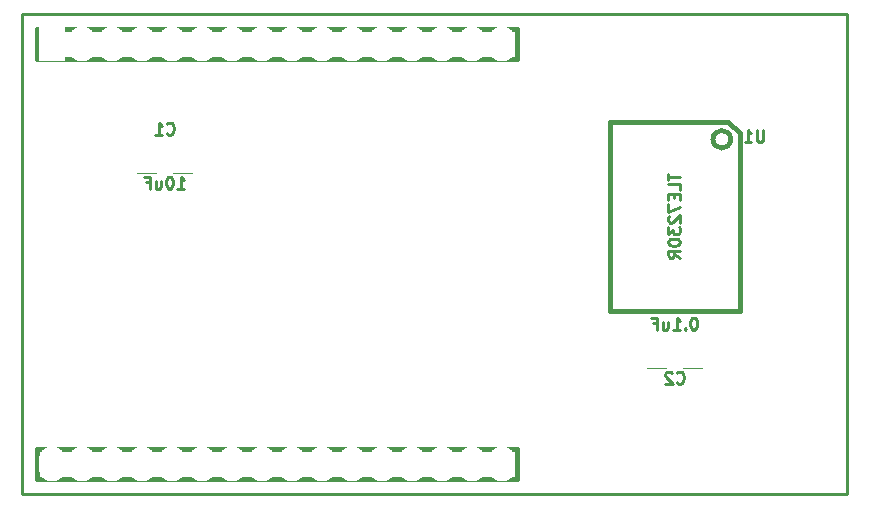
<source format=gbo>
G04 #@! TF.FileFunction,Legend,Bot*
%FSLAX46Y46*%
G04 Gerber Fmt 4.6, Leading zero omitted, Abs format (unit mm)*
G04 Created by KiCad (PCBNEW 4.1.0-alpha+201608010716+6997~46~ubuntu16.04.1-product) date Mon Aug  8 14:57:05 2016*
%MOMM*%
%LPD*%
G01*
G04 APERTURE LIST*
%ADD10C,0.100000*%
%ADD11C,0.228600*%
%ADD12C,0.127000*%
%ADD13C,0.381000*%
%ADD14C,0.254000*%
%ADD15R,1.670000X2.940000*%
%ADD16O,1.924000X2.432000*%
%ADD17O,2.559000X2.051000*%
%ADD18R,1.930000X0.550000*%
%ADD19O,2.254200X2.940000*%
%ADD20R,2.254200X2.940000*%
%ADD21C,3.956000*%
G04 APERTURE END LIST*
D10*
D11*
X143510000Y-79375000D02*
X73660000Y-79375000D01*
X143510000Y-120015000D02*
X143510000Y-79375000D01*
X73660000Y-120015000D02*
X143510000Y-120015000D01*
X73660000Y-79375000D02*
X73660000Y-120015000D01*
D12*
X86487000Y-90043000D02*
X88011000Y-90043000D01*
X88011000Y-90043000D02*
X88011000Y-92837000D01*
X88011000Y-92837000D02*
X86487000Y-92837000D01*
X84963000Y-92837000D02*
X83439000Y-92837000D01*
X83439000Y-92837000D02*
X83439000Y-90043000D01*
X83439000Y-90043000D02*
X84963000Y-90043000D01*
X128143000Y-109347000D02*
X126619000Y-109347000D01*
X126619000Y-109347000D02*
X126619000Y-106553000D01*
X126619000Y-106553000D02*
X128143000Y-106553000D01*
X129667000Y-106553000D02*
X131191000Y-106553000D01*
X131191000Y-106553000D02*
X131191000Y-109347000D01*
X131191000Y-109347000D02*
X129667000Y-109347000D01*
D13*
X133655000Y-90020000D02*
G75*
G03X133655000Y-90020000I-750000J0D01*
G01*
X134405000Y-89520000D02*
X134405000Y-104520000D01*
X134405000Y-104520000D02*
X123405000Y-104520000D01*
X123405000Y-104520000D02*
X123405000Y-88520000D01*
X123405000Y-88520000D02*
X133405000Y-88520000D01*
X133405000Y-88520000D02*
X134405000Y-89520000D01*
X74930000Y-116205000D02*
X74930000Y-118745000D01*
X74930000Y-118745000D02*
X115570000Y-118745000D01*
X115570000Y-118745000D02*
X115570000Y-116205000D01*
X115570000Y-116205000D02*
X74930000Y-116205000D01*
X74930000Y-80645000D02*
X74930000Y-83185000D01*
X74930000Y-83185000D02*
X115570000Y-83185000D01*
X115570000Y-83185000D02*
X115570000Y-80645000D01*
X115570000Y-80645000D02*
X74930000Y-80645000D01*
D14*
X85894333Y-89516857D02*
X85942714Y-89565238D01*
X86087857Y-89613619D01*
X86184619Y-89613619D01*
X86329761Y-89565238D01*
X86426523Y-89468476D01*
X86474904Y-89371714D01*
X86523285Y-89178190D01*
X86523285Y-89033047D01*
X86474904Y-88839523D01*
X86426523Y-88742761D01*
X86329761Y-88646000D01*
X86184619Y-88597619D01*
X86087857Y-88597619D01*
X85942714Y-88646000D01*
X85894333Y-88694380D01*
X84926714Y-89613619D02*
X85507285Y-89613619D01*
X85217000Y-89613619D02*
X85217000Y-88597619D01*
X85313761Y-88742761D01*
X85410523Y-88839523D01*
X85507285Y-88887904D01*
X86813571Y-94185619D02*
X87394142Y-94185619D01*
X87103857Y-94185619D02*
X87103857Y-93169619D01*
X87200619Y-93314761D01*
X87297380Y-93411523D01*
X87394142Y-93459904D01*
X86184619Y-93169619D02*
X86087857Y-93169619D01*
X85991095Y-93218000D01*
X85942714Y-93266380D01*
X85894333Y-93363142D01*
X85845952Y-93556666D01*
X85845952Y-93798571D01*
X85894333Y-93992095D01*
X85942714Y-94088857D01*
X85991095Y-94137238D01*
X86087857Y-94185619D01*
X86184619Y-94185619D01*
X86281380Y-94137238D01*
X86329761Y-94088857D01*
X86378142Y-93992095D01*
X86426523Y-93798571D01*
X86426523Y-93556666D01*
X86378142Y-93363142D01*
X86329761Y-93266380D01*
X86281380Y-93218000D01*
X86184619Y-93169619D01*
X84975095Y-93508285D02*
X84975095Y-94185619D01*
X85410523Y-93508285D02*
X85410523Y-94040476D01*
X85362142Y-94137238D01*
X85265380Y-94185619D01*
X85120238Y-94185619D01*
X85023476Y-94137238D01*
X84975095Y-94088857D01*
X84152619Y-93653428D02*
X84491285Y-93653428D01*
X84491285Y-94185619D02*
X84491285Y-93169619D01*
X84007476Y-93169619D01*
X129074333Y-110598857D02*
X129122714Y-110647238D01*
X129267857Y-110695619D01*
X129364619Y-110695619D01*
X129509761Y-110647238D01*
X129606523Y-110550476D01*
X129654904Y-110453714D01*
X129703285Y-110260190D01*
X129703285Y-110115047D01*
X129654904Y-109921523D01*
X129606523Y-109824761D01*
X129509761Y-109728000D01*
X129364619Y-109679619D01*
X129267857Y-109679619D01*
X129122714Y-109728000D01*
X129074333Y-109776380D01*
X128687285Y-109776380D02*
X128638904Y-109728000D01*
X128542142Y-109679619D01*
X128300238Y-109679619D01*
X128203476Y-109728000D01*
X128155095Y-109776380D01*
X128106714Y-109873142D01*
X128106714Y-109969904D01*
X128155095Y-110115047D01*
X128735666Y-110695619D01*
X128106714Y-110695619D01*
X130574142Y-105107619D02*
X130477380Y-105107619D01*
X130380619Y-105156000D01*
X130332238Y-105204380D01*
X130283857Y-105301142D01*
X130235476Y-105494666D01*
X130235476Y-105736571D01*
X130283857Y-105930095D01*
X130332238Y-106026857D01*
X130380619Y-106075238D01*
X130477380Y-106123619D01*
X130574142Y-106123619D01*
X130670904Y-106075238D01*
X130719285Y-106026857D01*
X130767666Y-105930095D01*
X130816047Y-105736571D01*
X130816047Y-105494666D01*
X130767666Y-105301142D01*
X130719285Y-105204380D01*
X130670904Y-105156000D01*
X130574142Y-105107619D01*
X129800047Y-106026857D02*
X129751666Y-106075238D01*
X129800047Y-106123619D01*
X129848428Y-106075238D01*
X129800047Y-106026857D01*
X129800047Y-106123619D01*
X128784047Y-106123619D02*
X129364619Y-106123619D01*
X129074333Y-106123619D02*
X129074333Y-105107619D01*
X129171095Y-105252761D01*
X129267857Y-105349523D01*
X129364619Y-105397904D01*
X127913190Y-105446285D02*
X127913190Y-106123619D01*
X128348619Y-105446285D02*
X128348619Y-105978476D01*
X128300238Y-106075238D01*
X128203476Y-106123619D01*
X128058333Y-106123619D01*
X127961571Y-106075238D01*
X127913190Y-106026857D01*
X127090714Y-105591428D02*
X127429380Y-105591428D01*
X127429380Y-106123619D02*
X127429380Y-105107619D01*
X126945571Y-105107619D01*
X136429095Y-89213619D02*
X136429095Y-90036095D01*
X136380714Y-90132857D01*
X136332333Y-90181238D01*
X136235571Y-90229619D01*
X136042047Y-90229619D01*
X135945285Y-90181238D01*
X135896904Y-90132857D01*
X135848523Y-90036095D01*
X135848523Y-89213619D01*
X134832523Y-90229619D02*
X135413095Y-90229619D01*
X135122809Y-90229619D02*
X135122809Y-89213619D01*
X135219571Y-89358761D01*
X135316333Y-89455523D01*
X135413095Y-89503904D01*
X128348619Y-92915619D02*
X128348619Y-93496190D01*
X129364619Y-93205904D02*
X128348619Y-93205904D01*
X129364619Y-94318666D02*
X129364619Y-93834857D01*
X128348619Y-93834857D01*
X128832428Y-94657333D02*
X128832428Y-94995999D01*
X129364619Y-95141142D02*
X129364619Y-94657333D01*
X128348619Y-94657333D01*
X128348619Y-95141142D01*
X128348619Y-95479809D02*
X128348619Y-96157142D01*
X129364619Y-95721714D01*
X128445380Y-96495809D02*
X128397000Y-96544190D01*
X128348619Y-96640952D01*
X128348619Y-96882857D01*
X128397000Y-96979619D01*
X128445380Y-97027999D01*
X128542142Y-97076380D01*
X128638904Y-97076380D01*
X128784047Y-97027999D01*
X129364619Y-96447428D01*
X129364619Y-97076380D01*
X128348619Y-97415047D02*
X128348619Y-98043999D01*
X128735666Y-97705333D01*
X128735666Y-97850476D01*
X128784047Y-97947238D01*
X128832428Y-97995619D01*
X128929190Y-98043999D01*
X129171095Y-98043999D01*
X129267857Y-97995619D01*
X129316238Y-97947238D01*
X129364619Y-97850476D01*
X129364619Y-97560190D01*
X129316238Y-97463428D01*
X129267857Y-97415047D01*
X128348619Y-98672952D02*
X128348619Y-98769714D01*
X128397000Y-98866476D01*
X128445380Y-98914857D01*
X128542142Y-98963238D01*
X128735666Y-99011619D01*
X128977571Y-99011619D01*
X129171095Y-98963238D01*
X129267857Y-98914857D01*
X129316238Y-98866476D01*
X129364619Y-98769714D01*
X129364619Y-98672952D01*
X129316238Y-98576190D01*
X129267857Y-98527809D01*
X129171095Y-98479428D01*
X128977571Y-98431047D01*
X128735666Y-98431047D01*
X128542142Y-98479428D01*
X128445380Y-98527809D01*
X128397000Y-98576190D01*
X128348619Y-98672952D01*
X129364619Y-100027619D02*
X128880809Y-99688952D01*
X129364619Y-99447047D02*
X128348619Y-99447047D01*
X128348619Y-99834095D01*
X128397000Y-99930857D01*
X128445380Y-99979238D01*
X128542142Y-100027619D01*
X128687285Y-100027619D01*
X128784047Y-99979238D01*
X128832428Y-99930857D01*
X128880809Y-99834095D01*
X128880809Y-99447047D01*
%LPC*%
D15*
X87249000Y-91440000D03*
X84201000Y-91440000D03*
X127381000Y-107950000D03*
X130429000Y-107950000D03*
D16*
X84455000Y-102235000D03*
X84455000Y-97155000D03*
X117475000Y-108585000D03*
X117475000Y-103505000D03*
X114935000Y-108585000D03*
X114935000Y-103505000D03*
X112395000Y-108585000D03*
X112395000Y-103505000D03*
X109855000Y-108585000D03*
X109855000Y-103505000D03*
X107315000Y-108585000D03*
X107315000Y-103505000D03*
X104775000Y-108585000D03*
X104775000Y-103505000D03*
X102235000Y-108585000D03*
X102235000Y-103505000D03*
X99695000Y-108585000D03*
X99695000Y-103505000D03*
D17*
X87274400Y-97155000D03*
X87274400Y-102235000D03*
D18*
X135645000Y-90995000D03*
X135645000Y-91645000D03*
X135645000Y-92295000D03*
X135645000Y-92945000D03*
X135645000Y-93595000D03*
X135645000Y-94245000D03*
X135645000Y-94895000D03*
X135645000Y-95545000D03*
X135645000Y-96195000D03*
X135645000Y-96845000D03*
X135645000Y-97495000D03*
X135645000Y-98145000D03*
X135645000Y-98795000D03*
X135645000Y-99445000D03*
X135645000Y-100095000D03*
X135645000Y-100745000D03*
X135645000Y-101395000D03*
X135645000Y-102045000D03*
X122165000Y-102045000D03*
X122165000Y-101395000D03*
X122165000Y-100745000D03*
X122165000Y-100095000D03*
X122165000Y-99445000D03*
X122165000Y-98795000D03*
X122165000Y-98145000D03*
X122165000Y-97495000D03*
X122165000Y-96845000D03*
X122165000Y-96195000D03*
X122165000Y-95545000D03*
X122165000Y-94895000D03*
X122165000Y-94245000D03*
X122165000Y-93595000D03*
X122165000Y-92945000D03*
X122165000Y-92295000D03*
X122165000Y-91645000D03*
X122165000Y-90995000D03*
D19*
X78740000Y-81915000D03*
X81280000Y-81915000D03*
D20*
X76200000Y-81915000D03*
D19*
X83820000Y-81915000D03*
X86360000Y-81915000D03*
X88900000Y-81915000D03*
X91440000Y-81915000D03*
X93980000Y-81915000D03*
X96520000Y-81915000D03*
X99060000Y-81915000D03*
X101600000Y-81915000D03*
X104140000Y-81915000D03*
X106680000Y-81915000D03*
X109220000Y-81915000D03*
X111760000Y-81915000D03*
X114300000Y-81915000D03*
X114300000Y-117475000D03*
X111760000Y-117475000D03*
X109220000Y-117475000D03*
X106680000Y-117475000D03*
X104140000Y-117475000D03*
X101600000Y-117475000D03*
X99060000Y-117475000D03*
X96520000Y-117475000D03*
X93980000Y-117475000D03*
X91440000Y-117475000D03*
X88900000Y-117475000D03*
X86360000Y-117475000D03*
X83820000Y-117475000D03*
X81280000Y-117475000D03*
X78740000Y-117475000D03*
X76200000Y-117475000D03*
D21*
X77470000Y-86995000D03*
X77470000Y-112395000D03*
X118110000Y-117475000D03*
X118110000Y-81915000D03*
M02*

</source>
